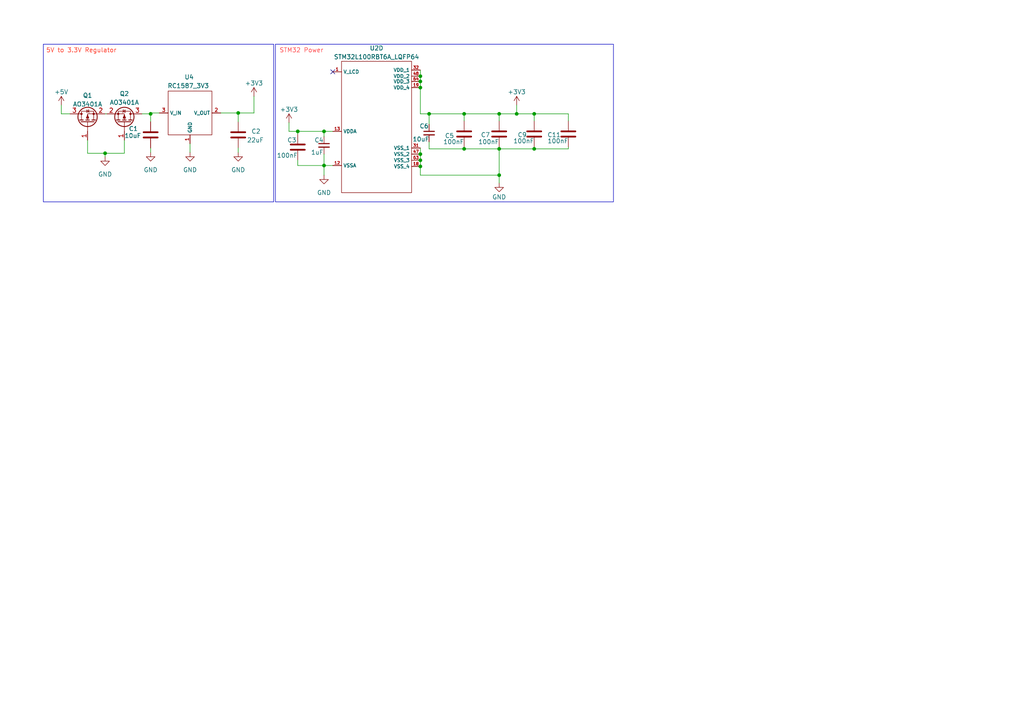
<source format=kicad_sch>
(kicad_sch (version 20230121) (generator eeschema)
  (paper "A4")
  (lib_symbols
    (symbol "Device:C" (pin_numbers hide) (pin_names (offset 0.254))
      (property "Reference" "C" (at 0.635 2.54 0))
      (property "Value" "C" (at 0.635 -2.54 0))
      (symbol "C_0_1"
        (polyline (pts (xy -2.032 -0.762) (xy 2.032 -0.762)) (stroke (width 0.508)))
        (polyline (pts (xy -2.032 0.762) (xy 2.032 0.762)) (stroke (width 0.508)))
      )
      (symbol "C_1_1"
        (pin passive line (at 0 3.81 270) (length 2.794) (name "~") (number "1"))
        (pin passive line (at 0 -3.81 90) (length 2.794) (name "~") (number "2"))
      )
    )
    (symbol "Device:C_Small" (pin_numbers hide) (pin_names (offset 0.254) hide)
      (property "Reference" "C" (at 0.254 1.778 0))
      (property "Value" "C_Small" (at 0.254 -2.032 0))
      (symbol "C_Small_0_1"
        (polyline (pts (xy -1.524 -0.508) (xy 1.524 -0.508)) (stroke (width 0.3302)))
        (polyline (pts (xy -1.524 0.508) (xy 1.524 0.508)) (stroke (width 0.3048)))
      )
      (symbol "C_Small_1_1"
        (pin passive line (at 0 2.54 270) (length 2.032) (name "~") (number "1"))
        (pin passive line (at 0 -2.54 90) (length 2.032) (name "~") (number "2"))
      )
    )
    (symbol "RC1587:RC1587_3V3"
      (property "Reference" "U" (at 0 2.286 0))
      (symbol "RC1587_3V3_0_1"
        (rectangle (start -6.35 6.35) (end 6.35 -6.35))
      )
      (symbol "RC1587_3V3_1_1"
        (pin power_in line (at 0 -8.89 90) (length 2.54) (name "GND") (number "1"))
        (pin power_out line (at 8.89 0 180) (length 2.54) (name "V_OUT") (number "2"))
        (pin power_in line (at -8.89 0 0) (length 2.54) (name "V_IN") (number "3"))
      )
    )
    (symbol "STM32L100x6_8_B-A:STM32L100RBT6A"
      (property "Reference" "U" (at -7.62 22.225 0))
      (symbol "STM32L100RBT6A_0_1"
        (rectangle (start -10.16 17.78) (end 10.16 -20.32))
      )
      (symbol "STM32L100RBT6A_1_1"
        (pin bidirectional line (at -12.7 15.24 0) (length 2.54) (name "PA0-WKUP1") (number "14"))
        (pin bidirectional line (at -12.7 12.7 0) (length 2.54) (name "PC13_WKUP2") (number "2"))
        (pin bidirectional line (at -12.7 7.62 0) (length 2.54) (name "PC14_OSC32_IN") (number "3"))
        (pin bidirectional line (at -12.7 5.08 0) (length 2.54) (name "PC15_OSC32_OUT") (number "4"))
        (pin bidirectional line (at -12.7 0 0) (length 2.54) (name "PH0_OSC_IN") (number "5"))
        (pin bidirectional line (at -12.7 -2.54 0) (length 2.54) (name "PH1_OSC_OUT") (number "6"))
        (pin input line (at -12.7 -12.954 0) (length 2.54) (name "BOOT0") (number "60"))
        (pin bidirectional inverted (at -12.7 -10.16 0) (length 2.54) (name "NRST") (number "7"))
      )
      (symbol "STM32L100RBT6A_2_1"
        (pin bidirectional line (at -12.7 16.256 0) (length 2.54) (name "PA1/ADC_IN1") (number "15"))
        (pin bidirectional line (at -12.7 14.732 0) (length 2.54) (name "PA2/ADC_IN2") (number "16"))
        (pin bidirectional line (at -12.7 13.208 0) (length 2.54) (name "PA3/ADC_IN3") (number "17"))
        (pin bidirectional line (at -12.7 9.144 0) (length 2.54) (name "PA4") (number "20"))
        (pin bidirectional line (at -12.7 7.62 0) (length 2.54) (name "PA5") (number "21"))
        (pin bidirectional line (at -12.7 6.096 0) (length 2.54) (name "PA6") (number "22"))
        (pin bidirectional line (at -12.7 4.572 0) (length 2.54) (name "PA7") (number "23"))
        (pin bidirectional line (at 12.7 15.24 180) (length 2.54) (name "PB0") (number "26"))
        (pin bidirectional line (at 12.7 13.716 180) (length 2.54) (name "PB1") (number "27"))
        (pin bidirectional line (at 12.7 12.192 180) (length 2.54) (name "PB2") (number "28"))
        (pin bidirectional line (at 12.7 -8.128 180) (length 2.54) (name "PB10") (number "29"))
        (pin bidirectional line (at 12.7 -9.652 180) (length 2.54) (name "PB11") (number "30"))
        (pin bidirectional line (at 12.7 -11.176 180) (length 2.54) (name "PB12") (number "33"))
        (pin bidirectional line (at 12.7 -12.7 180) (length 2.54) (name "PB13") (number "34"))
        (pin bidirectional line (at 12.7 -14.224 180) (length 2.54) (name "PB14") (number "35"))
        (pin bidirectional line (at 12.7 -15.748 180) (length 2.54) (name "PB15") (number "36"))
        (pin bidirectional line (at -12.7 -2.54 0) (length 2.54) (name "PA8/USART1_CLK") (number "41"))
        (pin bidirectional line (at -12.7 -4.064 0) (length 2.54) (name "PA9/USART1_TX") (number "42"))
        (pin bidirectional line (at -12.7 -5.588 0) (length 2.54) (name "PA10/USART1_RX") (number "43"))
        (pin bidirectional line (at -12.7 -7.112 0) (length 2.54) (name "PA11") (number "44"))
        (pin bidirectional line (at -12.7 -8.636 0) (length 2.54) (name "PA12") (number "45"))
        (pin bidirectional line (at -12.7 -10.16 0) (length 2.54) (name "PA13/SWDIO") (number "46"))
        (pin bidirectional line (at -12.7 -15.24 0) (length 2.54) (name "PA14/SWCLK") (number "49"))
        (pin bidirectional line (at -12.7 -16.764 0) (length 2.54) (name "PA15") (number "50"))
        (pin bidirectional line (at 12.7 7.62 180) (length 2.54) (name "PB3") (number "55"))
        (pin bidirectional line (at 12.7 6.096 180) (length 2.54) (name "PB4") (number "56"))
        (pin bidirectional line (at 12.7 4.572 180) (length 2.54) (name "PB5/I2C1_SMBA") (number "57"))
        (pin bidirectional line (at 12.7 3.048 180) (length 2.54) (name "PB6/I2C1_SCL") (number "58"))
        (pin bidirectional line (at 12.7 1.524 180) (length 2.54) (name "PB7/I2C1_SDA") (number "59"))
        (pin bidirectional line (at 12.7 -5.08 180) (length 2.54) (name "PB8") (number "61"))
        (pin bidirectional line (at 12.7 -6.604 180) (length 2.54) (name "PB9") (number "62"))
      )
      (symbol "STM32L100RBT6A_3_1"
        (pin bidirectional line (at -12.7 12.192 0) (length 2.54) (name "PC2/ADC_IN12") (number "10"))
        (pin bidirectional line (at -12.7 10.668 0) (length 2.54) (name "PC3/ADC_IN13") (number "11"))
        (pin bidirectional line (at -12.7 5.08 0) (length 2.54) (name "PC4") (number "24"))
        (pin bidirectional line (at -12.7 3.556 0) (length 2.54) (name "PC5") (number "25"))
        (pin bidirectional line (at -12.7 -2.54 0) (length 2.54) (name "PC6") (number "37"))
        (pin bidirectional line (at -12.7 -4.064 0) (length 2.54) (name "PC7") (number "38"))
        (pin bidirectional line (at -12.7 -5.588 0) (length 2.54) (name "PC8") (number "39"))
        (pin bidirectional line (at -12.7 -7.112 0) (length 2.54) (name "PC9") (number "40"))
        (pin bidirectional line (at -12.7 -12.7 0) (length 2.54) (name "PC10") (number "51"))
        (pin bidirectional line (at -12.7 -14.224 0) (length 2.54) (name "PC11") (number "52"))
        (pin bidirectional line (at -12.7 -15.748 0) (length 2.54) (name "PC12") (number "53"))
        (pin bidirectional line (at 12.7 15.24 180) (length 2.54) (name "PD2") (number "54"))
        (pin bidirectional line (at -12.7 15.24 0) (length 2.54) (name "PC0/ADC_IN10") (number "8"))
        (pin bidirectional line (at -12.7 13.716 0) (length 2.54) (name "PC1/ADC_IN11") (number "9"))
      )
      (symbol "STM32L100RBT6A_4_1"
        (pin power_in line (at -12.7 14.732 0) (length 2.54) (name "V_LCD") (number "1"))
        (pin power_in line (at -12.7 -12.446 0) (length 2.54) (name "VSSA") (number "12"))
        (pin power_in line (at -12.7 -2.54 0) (length 2.54) (name "VDDA") (number "13"))
        (pin power_in line (at 12.7 -12.7 180) (length 2.54) (name "VSS_4") (number "18"))
        (pin power_in line (at 12.7 10.16 180) (length 2.54) (name "VDD_4") (number "19"))
        (pin power_in line (at 12.7 -7.366 180) (length 2.54) (name "VSS_1") (number "31"))
        (pin power_in line (at 12.7 15.24 180) (length 2.54) (name "VDD_1") (number "32"))
        (pin power_in line (at 12.7 -9.144 180) (length 2.54) (name "VSS_2") (number "47"))
        (pin power_in line (at 12.7 13.462 180) (length 2.54) (name "VDD_2") (number "48"))
        (pin power_in line (at 12.7 -10.922 180) (length 2.54) (name "VSS_3") (number "63"))
        (pin power_in line (at 12.7 11.938 180) (length 2.54) (name "VDD_3") (number "64"))
      )
    )
    (symbol "Transistor_FET:AO3401A" (pin_names hide)
      (property "Reference" "Q" (at 5.08 1.905 0))
      (property "Value" "AO3401A" (at 5.08 0 0))
      (symbol "AO3401A_0_1"
        (polyline (pts (xy 0.254 0) (xy -2.54 0)))
        (polyline (pts (xy 0.254 1.905) (xy 0.254 -1.905)) (stroke (width 0.254)))
        (polyline (pts (xy 0.762 -1.27) (xy 0.762 -2.286)) (stroke (width 0.254)))
        (polyline (pts (xy 0.762 0.508) (xy 0.762 -0.508)) (stroke (width 0.254)))
        (polyline (pts (xy 0.762 2.286) (xy 0.762 1.27)) (stroke (width 0.254)))
        (polyline (pts (xy 2.54 2.54) (xy 2.54 1.778)))
        (polyline (pts (xy 2.54 -2.54) (xy 2.54 0) (xy 0.762 0)))
        (polyline (pts (xy 0.762 1.778) (xy 3.302 1.778) (xy 3.302 -1.778) (xy 0.762 -1.778)))
        (polyline (pts (xy 2.286 0) (xy 1.27 0.381) (xy 1.27 -0.381) (xy 2.286 0)) (fill (type outline)))
        (polyline (pts (xy 2.794 -0.508) (xy 2.921 -0.381) (xy 3.683 -0.381) (xy 3.81 -0.254)))
        (polyline (pts (xy 3.302 -0.381) (xy 2.921 0.254) (xy 3.683 0.254) (xy 3.302 -0.381)))
        (circle (center 1.651 0) (radius 2.794) (stroke (width 0.254)))
        (circle (center 2.54 -1.778) (radius 0.254) (fill (type outline)))
        (circle (center 2.54 1.778) (radius 0.254) (fill (type outline)))
      )
      (symbol "AO3401A_1_1"
        (pin input line (at -5.08 0 0) (length 2.54) (name "G") (number "1"))
        (pin passive line (at 2.54 -5.08 90) (length 2.54) (name "S") (number "2"))
        (pin passive line (at 2.54 5.08 270) (length 2.54) (name "D") (number "3"))
      )
    )
    (symbol "power:+3V3" (power) (pin_names (offset 0))
      (property "Value" "+3V3" (at 0 3.556 0))
      (symbol "+3V3_0_1"
        (polyline (pts (xy -0.762 1.27) (xy 0 2.54)))
        (polyline (pts (xy 0 0) (xy 0 2.54)))
        (polyline (pts (xy 0 2.54) (xy 0.762 1.27)))
      )
      (symbol "+3V3_1_1"
        (pin power_in line (at 0 0 90) (length 0) hide (name "+3V3") (number "1"))
      )
    )
    (symbol "power:+5V" (power) (pin_names (offset 0))
      (property "Value" "+5V" (at 0 3.556 0))
      (symbol "+5V_0_1"
        (polyline (pts (xy -0.762 1.27) (xy 0 2.54)))
        (polyline (pts (xy 0 0) (xy 0 2.54)))
        (polyline (pts (xy 0 2.54) (xy 0.762 1.27)))
      )
      (symbol "+5V_1_1"
        (pin power_in line (at 0 0 90) (length 0) hide (name "+5V") (number "1"))
      )
    )
    (symbol "power:GND" (power) (pin_names (offset 0))
      (property "Value" "GND" (at 0 -3.81 0))
      (symbol "GND_0_1"
        (polyline (pts (xy 0 0) (xy 0 -1.27) (xy 1.27 -1.27) (xy 0 -2.54) (xy -1.27 -1.27) (xy 0 -1.27)))
      )
      (symbol "GND_1_1"
        (pin power_in line (at 0 0 270) (length 0) hide (name "GND") (number "1"))
      )
    )
  )
  (junction (at 124.46 33.02))
  (junction (at 134.62 43.18))
  (junction (at 121.92 25.4))
  (junction (at 144.78 50.8))
  (junction (at 30.48 44.45))
  (junction (at 121.92 23.622))
  (junction (at 121.92 44.704))
  (junction (at 69.088 32.766))
  (junction (at 121.92 46.482))
  (junction (at 93.98 38.1))
  (junction (at 154.94 43.18))
  (junction (at 121.92 48.26))
  (junction (at 86.36 38.1))
  (junction (at 121.92 22.098))
  (junction (at 149.86 33.02))
  (junction (at 144.78 43.18))
  (junction (at 154.94 33.02))
  (junction (at 93.98 48.006))
  (junction (at 134.62 33.02))
  (junction (at 43.688 33.02))
  (junction (at 144.78 33.02))
  (no_connect (at 96.52 20.828))
  (wire (pts (xy 144.78 43.18) (xy 154.94 43.18)))
  (wire (pts (xy 121.92 48.26) (xy 121.92 50.8)))
  (wire (pts (xy 43.688 42.926) (xy 43.688 44.196)))
  (wire (pts (xy 149.86 30.48) (xy 149.86 33.02)))
  (wire (pts (xy 36.068 40.64) (xy 36.068 44.45)))
  (wire (pts (xy 30.48 44.45) (xy 30.48 45.466)))
  (wire (pts (xy 121.92 50.8) (xy 144.78 50.8)))
  (wire (pts (xy 121.92 42.926) (xy 121.92 44.704)))
  (wire (pts (xy 121.92 33.02) (xy 124.46 33.02)))
  (wire (pts (xy 134.62 42.672) (xy 134.62 43.18)))
  (wire (pts (xy 64.008 32.766) (xy 69.088 32.766)))
  (wire (pts (xy 41.148 33.02) (xy 43.688 33.02)))
  (wire (pts (xy 124.46 43.18) (xy 134.62 43.18)))
  (wire (pts (xy 164.846 33.02) (xy 154.94 33.02)))
  (wire (pts (xy 43.688 33.02) (xy 43.688 35.306)))
  (wire (pts (xy 83.82 35.56) (xy 83.82 38.1)))
  (wire (pts (xy 124.46 33.02) (xy 134.62 33.02)))
  (wire (pts (xy 30.48 33.02) (xy 30.988 33.02)))
  (wire (pts (xy 36.068 44.45) (xy 30.48 44.45)))
  (wire (pts (xy 164.846 35.052) (xy 164.846 33.02)))
  (wire (pts (xy 93.98 44.704) (xy 93.98 48.006)))
  (wire (pts (xy 134.62 43.18) (xy 144.78 43.18)))
  (wire (pts (xy 73.66 32.766) (xy 73.66 27.94)))
  (wire (pts (xy 144.78 35.052) (xy 144.78 33.02)))
  (wire (pts (xy 86.36 48.006) (xy 93.98 48.006)))
  (wire (pts (xy 134.62 33.02) (xy 144.78 33.02)))
  (wire (pts (xy 144.78 33.02) (xy 149.86 33.02)))
  (wire (pts (xy 164.846 43.18) (xy 164.846 42.672)))
  (wire (pts (xy 93.98 38.1) (xy 93.98 39.624)))
  (wire (pts (xy 149.86 33.02) (xy 154.94 33.02)))
  (wire (pts (xy 144.78 43.18) (xy 144.78 50.8)))
  (wire (pts (xy 154.94 42.672) (xy 154.94 43.18)))
  (wire (pts (xy 86.36 38.1) (xy 93.98 38.1)))
  (wire (pts (xy 144.78 50.8) (xy 144.78 53.086)))
  (wire (pts (xy 124.46 33.02) (xy 124.46 36.068)))
  (wire (pts (xy 93.98 48.006) (xy 96.52 48.006)))
  (wire (pts (xy 134.62 35.052) (xy 134.62 33.02)))
  (wire (pts (xy 121.92 25.4) (xy 121.92 33.02)))
  (wire (pts (xy 124.46 41.148) (xy 124.46 43.18)))
  (wire (pts (xy 25.4 44.45) (xy 25.4 40.64)))
  (wire (pts (xy 30.48 44.45) (xy 25.4 44.45)))
  (wire (pts (xy 121.92 44.704) (xy 121.92 46.482)))
  (wire (pts (xy 86.36 46.482) (xy 86.36 48.006)))
  (wire (pts (xy 55.118 41.656) (xy 55.118 44.196)))
  (wire (pts (xy 69.088 42.926) (xy 69.088 44.196)))
  (wire (pts (xy 121.92 46.482) (xy 121.92 48.26)))
  (wire (pts (xy 69.088 32.766) (xy 73.66 32.766)))
  (wire (pts (xy 144.78 42.672) (xy 144.78 43.18)))
  (wire (pts (xy 69.088 32.766) (xy 69.088 35.306)))
  (wire (pts (xy 121.92 23.622) (xy 121.92 25.4)))
  (wire (pts (xy 93.98 48.006) (xy 93.98 50.8)))
  (wire (pts (xy 86.36 38.1) (xy 86.36 38.862)))
  (wire (pts (xy 17.78 30.48) (xy 17.78 33.02)))
  (wire (pts (xy 121.92 20.32) (xy 121.92 22.098)))
  (wire (pts (xy 121.92 22.098) (xy 121.92 23.622)))
  (wire (pts (xy 154.94 35.052) (xy 154.94 33.02)))
  (wire (pts (xy 43.688 33.02) (xy 43.688 32.766)))
  (wire (pts (xy 93.98 38.1) (xy 96.52 38.1)))
  (wire (pts (xy 17.78 33.02) (xy 20.32 33.02)))
  (wire (pts (xy 154.94 43.18) (xy 164.846 43.18)))
  (wire (pts (xy 43.688 32.766) (xy 46.228 32.766)))
  (wire (pts (xy 83.82 38.1) (xy 86.36 38.1)))
  (rectangle (start 79.883 12.827) (end 177.927 58.547))
  (rectangle (start 12.573 12.827) (end 79.375 58.547))
  (text "STM32 Power" (at 81.026 15.494 0) (effects (font (size 1.27 1.27)) (justify left bottom)))
  (text "5V to 3.3V Regulator" (at 13.335 15.494 0) (effects (font (size 1.27 1.27)) (justify left bottom)))
  (symbol (lib_id "RC1587:RC1587_3V3") (at 55.118 32.766 0) (unit 1)
    (property "Reference" "U4" (at 54.864 22.352 0))
    (property "Value" "RC1587_3V3" (at 54.61 24.892 0))
    (property "Footprint" "RC1587:RC1587M3V3T" (effects hide))
    (property "Datasheet" "https://rocelec.widen.net/view/pdf/kilptmstlv/FAIRS18526-1.pdf?t.download=true&u=5oefqw" (effects hide))
  )
  (symbol (lib_id "Device:C") (at 144.78 38.862 0) (unit 1)
    (property "Reference" "C7" (at 139.446 39.116 0) (effects (justify left)))
    (property "Value" "100nF" (at 138.684 41.148 0) (effects (justify left)))
    (property "Footprint" "Capacitor_SMD:C_0402_1005Metric" (effects hide))
  )
  (symbol (lib_id "power:GND") (at 55.118 44.196 0) (unit 1)
    (property "Reference" "#PWR08" (effects hide))
    (property "Value" "GND" (at 55.118 49.276 0))
  )
  (symbol (lib_id "Device:C") (at 154.94 38.862 0) (unit 1)
    (property "Reference" "C9" (at 150.114 39.116 0) (effects (justify left)))
    (property "Value" "100nF" (at 148.844 40.894 0) (effects (justify left)))
    (property "Footprint" "Capacitor_SMD:C_0402_1005Metric" (effects hide))
  )
  (symbol (lib_id "Device:C") (at 134.62 38.862 0) (unit 1)
    (property "Reference" "C5" (at 129.032 39.37 0) (effects (justify left)))
    (property "Value" "100nF" (at 128.524 41.148 0) (effects (justify left)))
    (property "Footprint" "Capacitor_SMD:C_0402_1005Metric" (effects hide))
  )
  (symbol (lib_id "power:GND") (at 144.78 53.086 0) (unit 1)
    (property "Reference" "#PWR06" (effects hide))
    (property "Value" "GND" (at 144.78 57.15 0))
  )
  (symbol (lib_id "STM32L100x6_8_B-A:STM32L100RBT6A") (at 109.22 35.56 0) (unit 4)
    (property "Reference" "U2" (at 109.22 13.97 0))
    (property "Value" "STM32L100RBT6A_LQFP64" (at 109.22 16.51 0))
    (property "Footprint" "STM32L100x6_8_B-A:STM32L100RBT6A_LQFP64" (effects hide))
  )
  (symbol (lib_id "power:GND") (at 30.48 45.466 0) (unit 1)
    (property "Reference" "#PWR029" (effects hide))
    (property "Value" "GND" (at 30.48 50.546 0))
  )
  (symbol (lib_id "Transistor_FET:AO3401A") (at 25.4 35.56 90) (unit 1)
    (property "Reference" "Q1" (at 25.4 27.686 90))
    (property "Value" "AO3401A" (at 25.4 30.226 90))
    (property "Footprint" "Package_TO_SOT_SMD:SOT-23" (effects hide))
    (property "Datasheet" "http://www.aosmd.com/pdfs/datasheet/AO3401A.pdf" (effects hide))
  )
  (symbol (lib_id "power:+3V3") (at 83.82 35.56 0) (unit 1)
    (property "Reference" "#PWR04" (effects hide))
    (property "Value" "+3V3" (at 83.82 31.75 0))
  )
  (symbol (lib_id "power:GND") (at 69.088 44.196 0) (unit 1)
    (property "Reference" "#PWR010" (effects hide))
    (property "Value" "GND" (at 69.088 49.276 0))
  )
  (symbol (lib_id "Device:C") (at 164.846 38.862 0) (unit 1)
    (property "Reference" "C11" (at 158.75 39.116 0) (effects (justify left)))
    (property "Value" "100nF" (at 158.75 40.894 0) (effects (justify left)))
    (property "Footprint" "Capacitor_SMD:C_0402_1005Metric" (effects hide))
  )
  (symbol (lib_id "Device:C") (at 86.36 42.672 0) (unit 1)
    (property "Reference" "C3" (at 83.312 40.64 0) (effects (justify left)))
    (property "Value" "100nF" (at 80.264 45.085 0) (effects (justify left)))
    (property "Footprint" "Capacitor_SMD:C_0402_1005Metric" (effects hide))
  )
  (symbol (lib_id "Device:C") (at 69.088 39.116 0) (unit 1)
    (property "Reference" "C2" (at 72.898 38.1 0) (effects (justify left)))
    (property "Value" "22uF" (at 71.628 40.64 0) (effects (justify left)))
    (property "Footprint" "Capacitor_SMD:C_0603_1608Metric" (effects hide))
  )
  (symbol (lib_id "Device:C") (at 43.688 39.116 0) (unit 1)
    (property "Reference" "C1" (at 37.338 37.338 0) (effects (justify left)))
    (property "Value" "10uF" (at 36.068 39.37 0) (effects (justify left)))
    (property "Footprint" "Capacitor_SMD:C_0603_1608Metric" (effects hide))
  )
  (symbol (lib_id "Device:C_Small") (at 124.46 38.608 0) (unit 1)
    (property "Reference" "C6" (at 121.666 36.576 0) (effects (justify left)))
    (property "Value" "10uF" (at 119.634 40.386 0) (effects (justify left)))
    (property "Footprint" "Capacitor_SMD:C_0603_1608Metric" (effects hide))
  )
  (symbol (lib_id "power:+5V") (at 17.78 30.48 0) (mirror y) (unit 1)
    (property "Reference" "#PWR05" (effects hide))
    (property "Value" "+5VUSB" (at 17.78 26.67 0))
  )
  (symbol (lib_id "Transistor_FET:AO3401A") (at 36.068 35.56 270) (mirror x) (unit 1)
    (property "Reference" "Q2" (at 36.068 27.178 90))
    (property "Value" "AO3401A" (at 36.068 29.718 90))
    (property "Footprint" "Package_TO_SOT_SMD:SOT-23" (effects hide))
    (property "Datasheet" "http://www.aosmd.com/pdfs/datasheet/AO3401A.pdf" (effects hide))
  )
  (symbol (lib_id "power:+3V3") (at 73.66 27.94 0) (unit 1)
    (property "Reference" "#PWR03" (effects hide))
    (property "Value" "+3V3" (at 73.66 24.13 0))
  )
  (symbol (lib_id "power:+3V3") (at 149.86 30.48 0) (unit 1)
    (property "Reference" "#PWR011" (effects hide))
    (property "Value" "+3V3" (at 149.86 26.67 0))
  )
  (symbol (lib_id "power:GND") (at 43.688 44.196 0) (unit 1)
    (property "Reference" "#PWR09" (effects hide))
    (property "Value" "GND" (at 43.688 49.276 0))
  )
  (symbol (lib_id "Device:C_Small") (at 93.98 42.164 0) (unit 1)
    (property "Reference" "C4" (at 91.186 40.64 0) (effects (justify left)))
    (property "Value" "1uF" (at 90.17 44.196 0) (effects (justify left)))
    (property "Footprint" "Capacitor_SMD:C_0603_1608Metric" (effects hide))
  )
  (symbol (lib_id "power:GND") (at 93.98 50.8 0) (unit 1)
    (property "Reference" "#PWR07" (effects hide))
    (property "Value" "GND" (at 93.98 55.88 0))
  )
)
</source>
